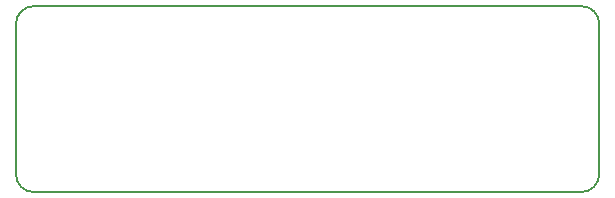
<source format=gm1>
G04 #@! TF.GenerationSoftware,KiCad,Pcbnew,(6.0.5)*
G04 #@! TF.CreationDate,2022-08-14T17:30:35+10:00*
G04 #@! TF.ProjectId,ESP32 PicoDev,45535033-3220-4506-9963-6f4465762e6b,rev?*
G04 #@! TF.SameCoordinates,Original*
G04 #@! TF.FileFunction,Profile,NP*
%FSLAX46Y46*%
G04 Gerber Fmt 4.6, Leading zero omitted, Abs format (unit mm)*
G04 Created by KiCad (PCBNEW (6.0.5)) date 2022-08-14 17:30:35*
%MOMM*%
%LPD*%
G01*
G04 APERTURE LIST*
G04 #@! TA.AperFunction,Profile*
%ADD10C,0.200000*%
G04 #@! TD*
G04 APERTURE END LIST*
D10*
X125456000Y-99589000D02*
X171811000Y-99589000D01*
X125456000Y-83841000D02*
X171811000Y-83841000D01*
X173335000Y-85365000D02*
G75*
G03*
X171811000Y-83841000I-1524000J0D01*
G01*
X123932000Y-98065000D02*
G75*
G03*
X125456000Y-99589000I1524000J0D01*
G01*
X173335000Y-98065000D02*
X173335000Y-85365000D01*
X123932000Y-98065000D02*
X123932000Y-85365000D01*
X171811000Y-99589000D02*
G75*
G03*
X173335000Y-98065000I0J1524000D01*
G01*
X125456000Y-83841000D02*
G75*
G03*
X123932000Y-85365000I0J-1524000D01*
G01*
M02*

</source>
